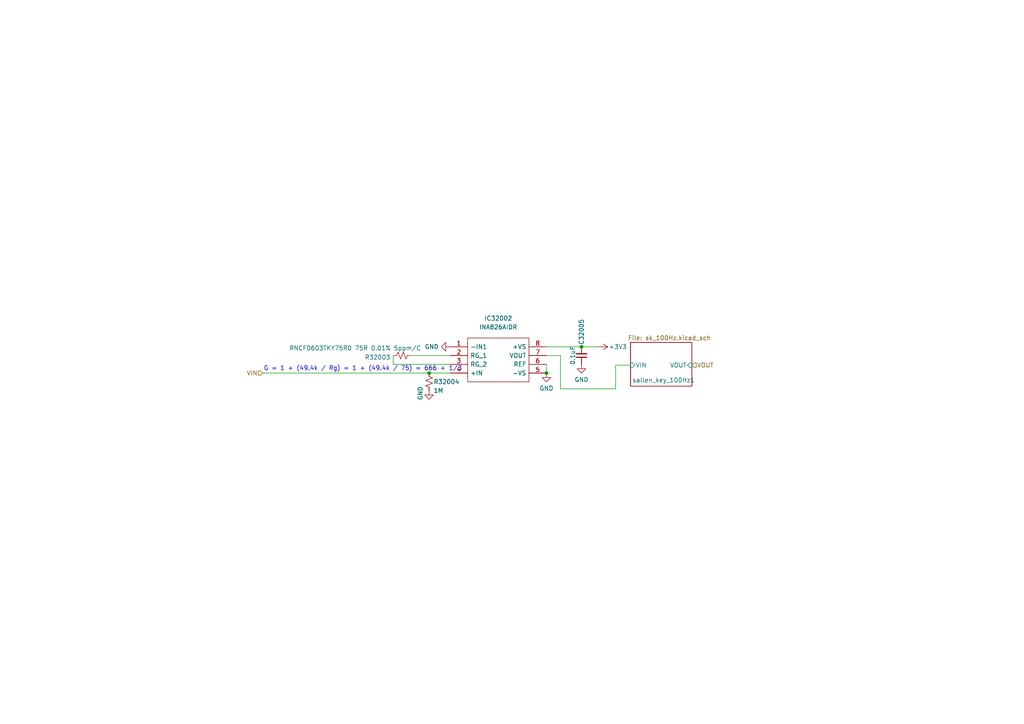
<source format=kicad_sch>
(kicad_sch (version 20231120) (generator "eeschema") (generator_version "8.0")
  (paper "A4")
  (lib_symbols
    (symbol "Device:C_Small" (pin_numbers hide) (pin_names (offset 0.254) hide)
      (property "Reference" "C" (at 0.254 1.778 0))
      (property "Value" "C_Small" (at 0.254 -2.032 0))
      (symbol "C_Small_0_1"
        (polyline (pts (xy -1.524 -0.508) (xy 1.524 -0.508)) (stroke (width 0.3302)))
        (polyline (pts (xy -1.524 0.508) (xy 1.524 0.508)) (stroke (width 0.3048)))
      )
      (symbol "C_Small_1_1"
        (pin passive line (at 0 2.54 270) (length 2.032) (name "~") (number "1"))
        (pin passive line (at 0 -2.54 90) (length 2.032) (name "~") (number "2"))
      )
    )
    (symbol "Device:R_Small_US" (pin_numbers hide) (pin_names (offset 0.254) hide)
      (property "Reference" "R" (at 0.762 0.508 0))
      (property "Value" "R_Small_US" (at 0.762 -1.016 0))
      (symbol "R_Small_US_1_1"
        (polyline (pts (xy 0 0) (xy 1.016 -0.381) (xy 0 -0.762) (xy -1.016 -1.143) (xy 0 -1.524)))
        (polyline (pts (xy 0 1.524) (xy 1.016 1.143) (xy 0 0.762) (xy -1.016 0.381) (xy 0 0)))
        (pin passive line (at 0 2.54 270) (length 1.016) (name "~") (number "1"))
        (pin passive line (at 0 -2.54 90) (length 1.016) (name "~") (number "2"))
      )
    )
    (symbol "aaa:INA826AIDR" (pin_names (offset 0.762))
      (property "Reference" "IC" (at 24.13 7.62 0))
      (property "Value" "INA826AIDR" (at 24.13 5.08 0))
      (symbol "INA826AIDR_0_0"
        (pin passive line (at 0 0 0) (length 5.08) (name "-IN1") (number "1"))
        (pin passive line (at 0 -2.54 0) (length 5.08) (name "RG_1") (number "2"))
        (pin passive line (at 0 -5.08 0) (length 5.08) (name "RG_2") (number "3"))
        (pin passive line (at 0 -7.62 0) (length 5.08) (name "+IN") (number "4"))
        (pin passive line (at 27.94 -7.62 180) (length 5.08) (name "-VS") (number "5"))
        (pin passive line (at 27.94 -5.08 180) (length 5.08) (name "REF") (number "6"))
        (pin passive line (at 27.94 -2.54 180) (length 5.08) (name "VOUT") (number "7"))
        (pin passive line (at 27.94 0 180) (length 5.08) (name "+VS") (number "8"))
      )
      (symbol "INA826AIDR_0_1"
        (polyline (pts (xy 5.08 2.54) (xy 22.86 2.54) (xy 22.86 -10.16) (xy 5.08 -10.16) (xy 5.08 2.54)) (stroke (width 0.1524)))
      )
    )
    (symbol "power:+3V3" (power) (pin_numbers hide) (pin_names (offset 0) hide)
      (property "Value" "+3V3" (at 0 3.556 0))
      (symbol "+3V3_0_1"
        (polyline (pts (xy -0.762 1.27) (xy 0 2.54)))
        (polyline (pts (xy 0 0) (xy 0 2.54)))
        (polyline (pts (xy 0 2.54) (xy 0.762 1.27)))
      )
      (symbol "+3V3_1_1"
        (pin power_in line (at 0 0 90) (length 0) (name "~") (number "1"))
      )
    )
    (symbol "power:GND" (power) (pin_names (offset 0))
      (property "Value" "GND" (at 0 -3.81 0))
      (symbol "GND_0_1"
        (polyline (pts (xy 0 0) (xy 0 -1.27) (xy 1.27 -1.27) (xy 0 -2.54) (xy -1.27 -1.27) (xy 0 -1.27)))
      )
      (symbol "GND_1_1"
        (pin power_in line (at 0 0 270) (length 0) hide (name "GND") (number "1"))
      )
    )
  )
  (junction (at 124.46 108.204))
  (junction (at 168.656 100.584))
  (junction (at 158.496 108.204))
  (wire (pts (xy 158.496 105.664) (xy 158.496 108.204)))
  (wire (pts (xy 158.496 100.584) (xy 168.656 100.584)))
  (wire (pts (xy 168.656 100.584) (xy 173.736 100.584)))
  (wire (pts (xy 124.46 108.204) (xy 130.556 108.204)))
  (wire (pts (xy 114.046 105.664) (xy 130.556 105.664)))
  (wire (pts (xy 114.046 103.124) (xy 114.046 105.664)))
  (wire (pts (xy 178.562 105.918) (xy 178.562 112.776)))
  (wire (pts (xy 162.56 103.124) (xy 158.496 103.124)))
  (wire (pts (xy 182.88 105.918) (xy 178.562 105.918)))
  (wire (pts (xy 162.56 112.776) (xy 162.56 103.124)))
  (wire (pts (xy 162.56 112.776) (xy 178.562 112.776)))
  (wire (pts (xy 119.126 103.124) (xy 130.556 103.124)))
  (wire (pts (xy 124.46 108.204) (xy 76.2 108.204)))
  (text "G = 1 + (49.4k / Rg) = 1 + (49.4k / 75) = 666 + 1/3" (at 76.454 107.696 0) (effects (font (size 1.27 1.27)) (justify left bottom)))
  (hierarchical_label "VOUT" (shape input) (at 200.66 105.918 0))
  (hierarchical_label "VIN" (shape input) (at 76.2 108.204 180))
  (symbol (lib_id "power:GND") (at 158.496 108.204 0) (unit 1)
    (property "Reference" "#PWR32010" (effects (hide yes)))
    (property "Value" "GND" (at 158.496 112.649 0))
  )
  (symbol (lib_id "aaa:INA826AIDR") (at 130.556 100.584 0) (unit 1)
    (property "Reference" "IC32002" (at 144.526 92.329 0))
    (property "Value" "INA826AIDR" (at 144.526 94.869 0))
    (property "Footprint" "aaa:SOIC127P600X175-8N" (effects (hide yes)))
    (property "Datasheet" "http://www.ti.com/lit/gpn/ina826" (effects (hide yes)))
    (property "Description" "Precision, 200-uA Supply Current, 36-V Supply Instrumentation Amplifier" (effects (hide yes)))
    (property "Height" "1.75" (effects (hide yes)))
    (property "Manufacturer_Name" "Texas Instruments" (effects (hide yes)))
    (property "Manufacturer_Part_Number" "INA826AIDR" (effects (hide yes)))
    (property "Mouser Part Number" "595-INA826AIDR" (effects (hide yes)))
    (property "Mouser Price/Stock" "https://www.mouser.co.uk/ProductDetail/Texas-Instruments/INA826AIDR?qs=RqytGdBYyUFuQNJtlkA6aQ%3D%3D" (effects (hide yes)))
    (property "Arrow Part Number" "INA826AIDR" (effects (hide yes)))
    (property "Arrow Price/Stock" "https://www.arrow.com/en/products/ina826aidr/texas-instruments?region=nac" (effects (hide yes)))
    (property "LCSC" "C38433" (effects (hide yes)))
  )
  (symbol (lib_id "power:+3V3") (at 173.736 100.584 270) (unit 1)
    (property "Reference" "#PWR32012" (effects (hide yes)))
    (property "Value" "+3V3" (at 176.53 100.584 90) (effects (justify left)))
    (property "Description" "Power symbol creates a global label with name \"+3V3\"" (effects (hide yes)))
  )
  (symbol (lib_id "Device:R_Small_US") (at 116.586 103.124 270) (unit 1)
    (property "Reference" "R32003" (at 113.284 103.632 90) (effects (justify right)))
    (property "Value" "RNCF0603TKY75R0 75R 0.01% 5ppm/C" (at 122.174 100.965 90) (effects (justify right)))
    (property "Footprint" "Resistor_SMD:R_0603_1608Metric" (effects (hide yes)))
    (property "LCSC" "C2482496" (effects (hide yes)))
  )
  (symbol (lib_id "Device:R_Small_US") (at 124.46 110.744 0) (unit 1)
    (property "Reference" "R32004" (at 125.73 110.744 0) (effects (justify left)))
    (property "Value" "1M" (at 125.73 113.284 0) (effects (justify left)))
    (property "Footprint" "Resistor_SMD:R_0402_1005Metric" (effects (hide yes)))
  )
  (symbol (lib_id "power:GND") (at 124.46 113.284 0) (unit 1)
    (property "Reference" "#PWR32008" (effects (hide yes)))
    (property "Value" "GND" (at 121.92 112.014 90) (effects (justify right)))
  )
  (symbol (lib_id "power:GND") (at 130.556 100.584 270) (unit 1)
    (property "Reference" "#PWR32009" (effects (hide yes)))
    (property "Value" "GND" (at 127.254 100.5839 90) (effects (justify right)))
  )
  (symbol (lib_id "Device:C_Small") (at 168.656 103.124 180) (unit 1)
    (property "Reference" "C32005" (at 168.656 96.266 90))
    (property "Value" "0.1uF" (at 166.116 103.124 90))
    (property "Footprint" "Capacitor_SMD:C_0402_1005Metric" (effects (hide yes)))
  )
  (symbol (lib_id "power:GND") (at 168.656 105.664 0) (unit 1)
    (property "Reference" "#PWR32011" (effects (hide yes)))
    (property "Value" "GND" (at 168.656 110.109 0))
  )
  (sheet (at 182.88 99.314) (size 17.78 12.7) (stroke (width 0.1524))
    (property "Sheetname" "sallen_key_100Hz1" (at 183.388 110.998 0) (effects (justify left bottom)))
    (property "Sheetfile" "sk_100Hz.kicad_sch" (at 182.118 97.282 0) (effects (justify left top)))
    (pin "VIN" input (at 182.88 105.918 180))
    (pin "VOUT" input (at 200.66 105.918 0))
  )
)
</source>
